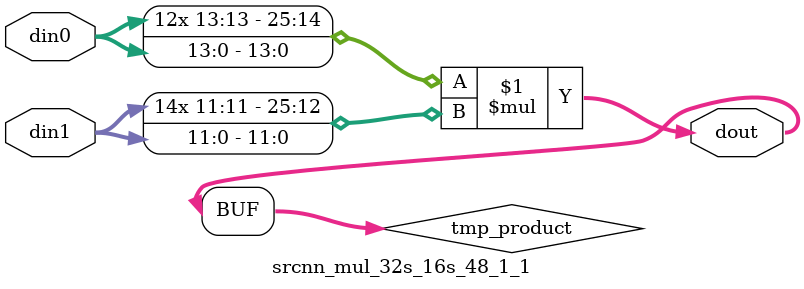
<source format=v>

`timescale 1 ns / 1 ps

  module srcnn_mul_32s_16s_48_1_1(din0, din1, dout);
parameter ID = 1;
parameter NUM_STAGE = 0;
parameter din0_WIDTH = 14;
parameter din1_WIDTH = 12;
parameter dout_WIDTH = 26;

input [din0_WIDTH - 1 : 0] din0; 
input [din1_WIDTH - 1 : 0] din1; 
output [dout_WIDTH - 1 : 0] dout;

wire signed [dout_WIDTH - 1 : 0] tmp_product;













assign tmp_product = $signed(din0) * $signed(din1);








assign dout = tmp_product;







endmodule

</source>
